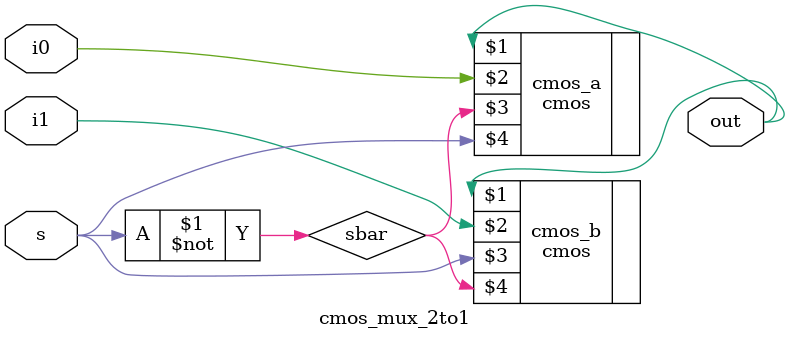
<source format=v>
module cmos_mux_2to1(out, s, i0, i1);
    input s, i0, i1;
    output out;
    wire sbar;

    not(sbar, s);
    cmos cmos_a(out, i0, sbar, s);
    cmos cmos_b(out, i1, s, sbar);
endmodule
</source>
